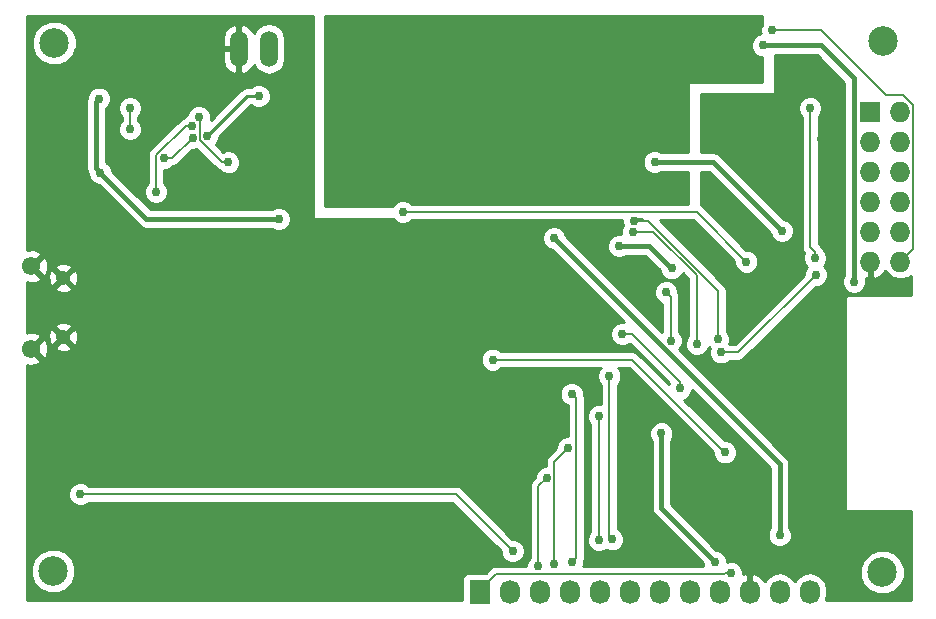
<source format=gbl>
G04 #@! TF.FileFunction,Copper,L2,Bot,Signal*
%FSLAX46Y46*%
G04 Gerber Fmt 4.6, Leading zero omitted, Abs format (unit mm)*
G04 Created by KiCad (PCBNEW (2015-07-29 BZR 6016)-product) date Sat 12 Mar 2016 01:35:20 AM PST*
%MOMM*%
G01*
G04 APERTURE LIST*
%ADD10C,0.150000*%
%ADD11C,2.500000*%
%ADD12O,1.506220X3.014980*%
%ADD13C,1.250000*%
%ADD14C,1.550000*%
%ADD15R,1.727200X2.032000*%
%ADD16O,1.727200X2.032000*%
%ADD17R,1.727200X1.727200*%
%ADD18O,1.727200X1.727200*%
%ADD19C,0.762000*%
%ADD20C,0.381000*%
%ADD21C,0.152400*%
%ADD22C,0.254000*%
G04 APERTURE END LIST*
D10*
D11*
X124000000Y-39100000D03*
X123900000Y-84100000D03*
X53700000Y-84000000D03*
X53800000Y-39300000D03*
D12*
X71970000Y-39800000D03*
X69430000Y-39800000D03*
D13*
X54562540Y-59199100D03*
X54562540Y-64199100D03*
D14*
X51862540Y-58199100D03*
X51862540Y-65199100D03*
D15*
X89800000Y-85800000D03*
D16*
X92340000Y-85800000D03*
X94880000Y-85800000D03*
X97420000Y-85800000D03*
X99960000Y-85800000D03*
X102500000Y-85800000D03*
X105040000Y-85800000D03*
X107580000Y-85800000D03*
X110120000Y-85800000D03*
X112660000Y-85800000D03*
X115200000Y-85800000D03*
X117740000Y-85800000D03*
D17*
X122900000Y-45100000D03*
D18*
X125440000Y-45100000D03*
X122900000Y-47640000D03*
X125440000Y-47640000D03*
X122900000Y-50180000D03*
X125440000Y-50180000D03*
X122900000Y-52720000D03*
X125440000Y-52720000D03*
X122900000Y-55260000D03*
X125440000Y-55260000D03*
X122900000Y-57800000D03*
X125440000Y-57800000D03*
D19*
X72800000Y-54200006D03*
X106061779Y-58381019D03*
X101599976Y-56500000D03*
X105200000Y-72352765D03*
X109700000Y-83200000D03*
X57600000Y-44000000D03*
X57700000Y-50300000D03*
X98983800Y-78300000D03*
X101800004Y-78100000D03*
X62900000Y-43019000D03*
X64400000Y-50322480D03*
X109000000Y-57000000D03*
X110475898Y-43956898D03*
X80000000Y-83000000D03*
X79500000Y-80000000D03*
X87500000Y-67546756D03*
X65100000Y-64300000D03*
X75400000Y-60000000D03*
X69529063Y-57770937D03*
X73600000Y-50700000D03*
X94152099Y-69934759D03*
X114400000Y-56300000D03*
X118700000Y-47400000D03*
X113400000Y-46000000D03*
X106763500Y-68542321D03*
X101873247Y-63935379D03*
X113800000Y-39500000D03*
X121500000Y-59500000D03*
X102822033Y-55265720D03*
X108200000Y-64800000D03*
X92600000Y-82300000D03*
X56000000Y-77500000D03*
X110268439Y-65490380D03*
X118300000Y-58900000D03*
X102900220Y-54354657D03*
X110000000Y-64400000D03*
X115400000Y-55200000D03*
X104626414Y-49372935D03*
X117800000Y-44800000D03*
X118200000Y-57500000D03*
X115200000Y-80977740D03*
X96100000Y-55800000D03*
X101031979Y-81320579D03*
X100800000Y-67500000D03*
X97600004Y-69000000D03*
X97595109Y-83252649D03*
X97300000Y-73600000D03*
X96100000Y-83400000D03*
X99900000Y-81399996D03*
X99900000Y-70900000D03*
X94783210Y-83619238D03*
X106000000Y-64500000D03*
X105600000Y-60400000D03*
X95490380Y-76100000D03*
X111099996Y-84200000D03*
X83300000Y-53600000D03*
X112400000Y-57800000D03*
X110561551Y-73954750D03*
X90900000Y-66100000D03*
X114600000Y-38200000D03*
X66719221Y-47179836D03*
X71100000Y-43800000D03*
X60199992Y-44800000D03*
X60200000Y-46600000D03*
X63100000Y-49000000D03*
X65500000Y-47300000D03*
X95725325Y-50874675D03*
X79614405Y-46687115D03*
X100459558Y-51534766D03*
X92400000Y-50300000D03*
X98100000Y-51100000D03*
X65495076Y-46285602D03*
X62400000Y-51900000D03*
X66036383Y-45548625D03*
X68500000Y-49400000D03*
D20*
X72261185Y-54200006D02*
X72800000Y-54200006D01*
X61600006Y-54200006D02*
X72261185Y-54200006D01*
X57700000Y-50300000D02*
X61600006Y-54200006D01*
X57319001Y-44280999D02*
X57600000Y-44000000D01*
X57319001Y-49919001D02*
X57319001Y-44280999D01*
X57700000Y-50300000D02*
X57319001Y-49919001D01*
X105680780Y-58000020D02*
X106061779Y-58381019D01*
X104180760Y-56500000D02*
X105680780Y-58000020D01*
X101599976Y-56500000D02*
X104180760Y-56500000D01*
X109700000Y-83200000D02*
X105200000Y-78700000D01*
X105200000Y-78700000D02*
X105200000Y-72352765D01*
D21*
X102695373Y-63935379D02*
X106763500Y-68003506D01*
X106763500Y-68003506D02*
X106763500Y-68542321D01*
X101873247Y-63935379D02*
X102695373Y-63935379D01*
D20*
X121500000Y-59500000D02*
X121500000Y-42300000D01*
X121500000Y-42300000D02*
X118700000Y-39500000D01*
X118700000Y-39500000D02*
X113800000Y-39500000D01*
D21*
X108200000Y-64800000D02*
X108200000Y-58961195D01*
X103360848Y-55265720D02*
X102822033Y-55265720D01*
X108200000Y-58961195D02*
X104504525Y-55265720D01*
X104504525Y-55265720D02*
X103360848Y-55265720D01*
X56000000Y-77500000D02*
X87800000Y-77500000D01*
X87800000Y-77500000D02*
X92600000Y-82300000D01*
X118300000Y-58900000D02*
X111709620Y-65490380D01*
X110807254Y-65490380D02*
X110268439Y-65490380D01*
X111709620Y-65490380D02*
X110807254Y-65490380D01*
X103439035Y-54354657D02*
X102900220Y-54354657D01*
X110000000Y-60261185D02*
X104093472Y-54354657D01*
X104093472Y-54354657D02*
X103439035Y-54354657D01*
X110000000Y-64400000D02*
X110000000Y-60261185D01*
X103670971Y-54196028D02*
X103132156Y-54196028D01*
D20*
X104626414Y-49372935D02*
X109572935Y-49372935D01*
X115019001Y-54819001D02*
X115400000Y-55200000D01*
X109572935Y-49372935D02*
X115019001Y-54819001D01*
D21*
X117800000Y-56561185D02*
X117800000Y-44800000D01*
X118200000Y-57500000D02*
X118200000Y-56961185D01*
X118200000Y-56961185D02*
X117800000Y-56561185D01*
D20*
X115200000Y-80977740D02*
X115200000Y-74900000D01*
X115200000Y-74900000D02*
X96100000Y-55800000D01*
D21*
X100800000Y-67500000D02*
X100800000Y-81088600D01*
X100800000Y-81088600D02*
X101031979Y-81320579D01*
X97976108Y-69376104D02*
X97600004Y-69000000D01*
X97976108Y-82871650D02*
X97976108Y-69376104D01*
X97595109Y-83252649D02*
X97976108Y-82871650D01*
X96100000Y-83400000D02*
X96100000Y-74800000D01*
X96100000Y-74800000D02*
X97300000Y-73600000D01*
X99900000Y-70900000D02*
X99900000Y-81399996D01*
X95490380Y-76100000D02*
X94783210Y-76807170D01*
X94783210Y-83080423D02*
X94783210Y-83619238D01*
X94783210Y-76807170D02*
X94783210Y-83080423D01*
X105600000Y-60400000D02*
X106000000Y-60800000D01*
X106000000Y-60800000D02*
X106000000Y-64500000D01*
X110488960Y-84272221D02*
X110561181Y-84200000D01*
X89800000Y-85800000D02*
X89800000Y-85647600D01*
X110561181Y-84200000D02*
X111099996Y-84200000D01*
X89800000Y-85647600D02*
X91175379Y-84272221D01*
X91175379Y-84272221D02*
X110488960Y-84272221D01*
X83838815Y-53600000D02*
X83300000Y-53600000D01*
X108200000Y-53600000D02*
X83838815Y-53600000D01*
X112400000Y-57800000D02*
X108200000Y-53600000D01*
X110180552Y-73573751D02*
X110561551Y-73954750D01*
X90900000Y-66100000D02*
X102706801Y-66100000D01*
X102706801Y-66100000D02*
X110180552Y-73573751D01*
X114600000Y-38200000D02*
X118700000Y-38200000D01*
X124227480Y-43727480D02*
X125683938Y-43727480D01*
X118700000Y-38200000D02*
X124227480Y-43727480D01*
X125683938Y-43727480D02*
X126532201Y-44575743D01*
X126532201Y-44575743D02*
X126532201Y-56707799D01*
X126532201Y-56707799D02*
X125440000Y-57800000D01*
D22*
X71100000Y-43800000D02*
X70099057Y-43800000D01*
X67100220Y-46798837D02*
X66719221Y-47179836D01*
X70099057Y-43800000D02*
X67100220Y-46798837D01*
D21*
X60200000Y-44800008D02*
X60199992Y-44800000D01*
X60200000Y-46600000D02*
X60200000Y-44800008D01*
X65500000Y-47300000D02*
X63800000Y-49000000D01*
X63800000Y-49000000D02*
X63100000Y-49000000D01*
X64912188Y-46285602D02*
X64956261Y-46285602D01*
X62400000Y-48797790D02*
X64912188Y-46285602D01*
X62400000Y-51900000D02*
X62400000Y-48797790D01*
X64956261Y-46285602D02*
X65495076Y-46285602D01*
X66109601Y-47548416D02*
X66109601Y-45621843D01*
X67961185Y-49400000D02*
X66109601Y-47548416D01*
X68500000Y-49400000D02*
X67961185Y-49400000D01*
X66109601Y-45621843D02*
X66036383Y-45548625D01*
D22*
G36*
X113673000Y-37783107D02*
X113584176Y-37997018D01*
X113583824Y-38401208D01*
X113617967Y-38483841D01*
X113598792Y-38483824D01*
X113225234Y-38638175D01*
X112939179Y-38923731D01*
X112784176Y-39297018D01*
X112783824Y-39701208D01*
X112938175Y-40074766D01*
X113223731Y-40360821D01*
X113597018Y-40515824D01*
X113673000Y-40515890D01*
X113673000Y-42573000D01*
X107600000Y-42573000D01*
X107550590Y-42583006D01*
X107508965Y-42611447D01*
X107481685Y-42653841D01*
X107473000Y-42700000D01*
X107473000Y-48547435D01*
X105237942Y-48547435D01*
X105202683Y-48512114D01*
X104829396Y-48357111D01*
X104425206Y-48356759D01*
X104051648Y-48511110D01*
X103765593Y-48796666D01*
X103610590Y-49169953D01*
X103610238Y-49574143D01*
X103764589Y-49947701D01*
X104050145Y-50233756D01*
X104423432Y-50388759D01*
X104827622Y-50389111D01*
X105201180Y-50234760D01*
X105237568Y-50198435D01*
X107473000Y-50198435D01*
X107473000Y-52888800D01*
X84025629Y-52888800D01*
X83876269Y-52739179D01*
X83502982Y-52584176D01*
X83098792Y-52583824D01*
X82725234Y-52738175D01*
X82439179Y-53023731D01*
X82418721Y-53073000D01*
X76727000Y-53073000D01*
X76727000Y-37005000D01*
X113673000Y-37005000D01*
X113673000Y-37783107D01*
X113673000Y-37783107D01*
G37*
X113673000Y-37783107D02*
X113584176Y-37997018D01*
X113583824Y-38401208D01*
X113617967Y-38483841D01*
X113598792Y-38483824D01*
X113225234Y-38638175D01*
X112939179Y-38923731D01*
X112784176Y-39297018D01*
X112783824Y-39701208D01*
X112938175Y-40074766D01*
X113223731Y-40360821D01*
X113597018Y-40515824D01*
X113673000Y-40515890D01*
X113673000Y-42573000D01*
X107600000Y-42573000D01*
X107550590Y-42583006D01*
X107508965Y-42611447D01*
X107481685Y-42653841D01*
X107473000Y-42700000D01*
X107473000Y-48547435D01*
X105237942Y-48547435D01*
X105202683Y-48512114D01*
X104829396Y-48357111D01*
X104425206Y-48356759D01*
X104051648Y-48511110D01*
X103765593Y-48796666D01*
X103610590Y-49169953D01*
X103610238Y-49574143D01*
X103764589Y-49947701D01*
X104050145Y-50233756D01*
X104423432Y-50388759D01*
X104827622Y-50389111D01*
X105201180Y-50234760D01*
X105237568Y-50198435D01*
X107473000Y-50198435D01*
X107473000Y-52888800D01*
X84025629Y-52888800D01*
X83876269Y-52739179D01*
X83502982Y-52584176D01*
X83098792Y-52583824D01*
X82725234Y-52738175D01*
X82439179Y-53023731D01*
X82418721Y-53073000D01*
X76727000Y-53073000D01*
X76727000Y-37005000D01*
X113673000Y-37005000D01*
X113673000Y-37783107D01*
G36*
X75673000Y-54100000D02*
X75683006Y-54149410D01*
X75711447Y-54191035D01*
X75753841Y-54218315D01*
X75800000Y-54227000D01*
X82490318Y-54227000D01*
X82723731Y-54460821D01*
X83097018Y-54615824D01*
X83501208Y-54616176D01*
X83874766Y-54461825D01*
X84025654Y-54311200D01*
X101884257Y-54311200D01*
X101884044Y-54555865D01*
X101950199Y-54715973D01*
X101806209Y-55062738D01*
X101805857Y-55466928D01*
X101815060Y-55489201D01*
X101802958Y-55484176D01*
X101398768Y-55483824D01*
X101025210Y-55638175D01*
X100739155Y-55923731D01*
X100584152Y-56297018D01*
X100583800Y-56701208D01*
X100738151Y-57074766D01*
X101023707Y-57360821D01*
X101396994Y-57515824D01*
X101801184Y-57516176D01*
X102174742Y-57361825D01*
X102211130Y-57325500D01*
X103838826Y-57325500D01*
X105045646Y-58532319D01*
X105045603Y-58582227D01*
X105199954Y-58955785D01*
X105485510Y-59241840D01*
X105858797Y-59396843D01*
X106262987Y-59397195D01*
X106636545Y-59242844D01*
X106922600Y-58957288D01*
X107001146Y-58768129D01*
X107488800Y-59255783D01*
X107488800Y-64074371D01*
X107339179Y-64223731D01*
X107184176Y-64597018D01*
X107183824Y-65001208D01*
X107338175Y-65374766D01*
X107623731Y-65660821D01*
X107997018Y-65815824D01*
X108401208Y-65816176D01*
X108774766Y-65661825D01*
X109060821Y-65376269D01*
X109201288Y-65037989D01*
X109310677Y-65147570D01*
X109252615Y-65287398D01*
X109252263Y-65691588D01*
X109406614Y-66065146D01*
X109692170Y-66351201D01*
X110065457Y-66506204D01*
X110469647Y-66506556D01*
X110843205Y-66352205D01*
X110994093Y-66201580D01*
X111709620Y-66201580D01*
X111981785Y-66147443D01*
X112212514Y-65993274D01*
X118289797Y-59915992D01*
X118501208Y-59916176D01*
X118874766Y-59761825D01*
X119160821Y-59476269D01*
X119315824Y-59102982D01*
X119316176Y-58698792D01*
X119161825Y-58325234D01*
X118986929Y-58150032D01*
X119060821Y-58076269D01*
X119215824Y-57702982D01*
X119216176Y-57298792D01*
X119061825Y-56925234D01*
X118864787Y-56727852D01*
X118857063Y-56689021D01*
X118771646Y-56561185D01*
X118702894Y-56458290D01*
X118511200Y-56266596D01*
X118511200Y-45525629D01*
X118660821Y-45376269D01*
X118815824Y-45002982D01*
X118816176Y-44598792D01*
X118661825Y-44225234D01*
X118376269Y-43939179D01*
X118002982Y-43784176D01*
X117598792Y-43783824D01*
X117225234Y-43938175D01*
X116939179Y-44223731D01*
X116784176Y-44597018D01*
X116783824Y-45001208D01*
X116938175Y-45374766D01*
X117088800Y-45525654D01*
X117088800Y-56561185D01*
X117142937Y-56833350D01*
X117287112Y-57049122D01*
X117184176Y-57297018D01*
X117183824Y-57701208D01*
X117338175Y-58074766D01*
X117513071Y-58249968D01*
X117439179Y-58323731D01*
X117284176Y-58697018D01*
X117283990Y-58910221D01*
X111415032Y-64779180D01*
X110994068Y-64779180D01*
X110957762Y-64742810D01*
X111015824Y-64602982D01*
X111016176Y-64198792D01*
X110861825Y-63825234D01*
X110711200Y-63674346D01*
X110711200Y-60261185D01*
X110657063Y-59989021D01*
X110657063Y-59989020D01*
X110502894Y-59758291D01*
X105055803Y-54311200D01*
X107905412Y-54311200D01*
X111384008Y-57789796D01*
X111383824Y-58001208D01*
X111538175Y-58374766D01*
X111823731Y-58660821D01*
X112197018Y-58815824D01*
X112601208Y-58816176D01*
X112974766Y-58661825D01*
X113260821Y-58376269D01*
X113415824Y-58002982D01*
X113416176Y-57598792D01*
X113261825Y-57225234D01*
X112976269Y-56939179D01*
X112602982Y-56784176D01*
X112389778Y-56783990D01*
X108702894Y-53097106D01*
X108527000Y-52979577D01*
X108527000Y-50198435D01*
X109231001Y-50198435D01*
X114383867Y-55351300D01*
X114383824Y-55401208D01*
X114538175Y-55774766D01*
X114823731Y-56060821D01*
X115197018Y-56215824D01*
X115601208Y-56216176D01*
X115974766Y-56061825D01*
X116260821Y-55776269D01*
X116415824Y-55402982D01*
X116416176Y-54998792D01*
X116261825Y-54625234D01*
X115976269Y-54339179D01*
X115602982Y-54184176D01*
X115551564Y-54184131D01*
X110156652Y-48789218D01*
X109888841Y-48610272D01*
X109572935Y-48547435D01*
X108527000Y-48547435D01*
X108527000Y-43627000D01*
X114700000Y-43627000D01*
X114749410Y-43616994D01*
X114791035Y-43588553D01*
X114818315Y-43546159D01*
X114827000Y-43500000D01*
X114827000Y-40325500D01*
X118358066Y-40325500D01*
X120674500Y-42641934D01*
X120674500Y-58888472D01*
X120639179Y-58923731D01*
X120484176Y-59297018D01*
X120483824Y-59701208D01*
X120638175Y-60074766D01*
X120923731Y-60360821D01*
X121297018Y-60515824D01*
X121701208Y-60516176D01*
X122074766Y-60361825D01*
X122360821Y-60076269D01*
X122515824Y-59702982D01*
X122516176Y-59298792D01*
X122487764Y-59230030D01*
X122540973Y-59254968D01*
X122773000Y-59134469D01*
X122773000Y-57927000D01*
X122753000Y-57927000D01*
X122753000Y-57673000D01*
X122773000Y-57673000D01*
X122773000Y-57653000D01*
X123027000Y-57653000D01*
X123027000Y-57673000D01*
X123047000Y-57673000D01*
X123047000Y-57927000D01*
X123027000Y-57927000D01*
X123027000Y-59134469D01*
X123259027Y-59254968D01*
X123788490Y-59006821D01*
X124170008Y-58588839D01*
X124350971Y-58859670D01*
X124837152Y-59184526D01*
X125410641Y-59298600D01*
X125469359Y-59298600D01*
X126042848Y-59184526D01*
X126325000Y-58995998D01*
X126325000Y-60673000D01*
X120900000Y-60673000D01*
X120850590Y-60683006D01*
X120808965Y-60711447D01*
X120781685Y-60753841D01*
X120773000Y-60800000D01*
X120773000Y-78800000D01*
X120783006Y-78849410D01*
X120811447Y-78891035D01*
X120853841Y-78918315D01*
X120900000Y-78927000D01*
X126325000Y-78927000D01*
X126325000Y-86435000D01*
X119149039Y-86435000D01*
X119238600Y-85984745D01*
X119238600Y-85615255D01*
X119124526Y-85041766D01*
X118799670Y-84555585D01*
X118676530Y-84473305D01*
X122014674Y-84473305D01*
X122301043Y-85166372D01*
X122830839Y-85697093D01*
X123523405Y-85984672D01*
X124273305Y-85985326D01*
X124966372Y-85698957D01*
X125497093Y-85169161D01*
X125784672Y-84476595D01*
X125785326Y-83726695D01*
X125498957Y-83033628D01*
X124969161Y-82502907D01*
X124276595Y-82215328D01*
X123526695Y-82214674D01*
X122833628Y-82501043D01*
X122302907Y-83030839D01*
X122015328Y-83723405D01*
X122014674Y-84473305D01*
X118676530Y-84473305D01*
X118313489Y-84230729D01*
X117740000Y-84116655D01*
X117166511Y-84230729D01*
X116680330Y-84555585D01*
X116470000Y-84870366D01*
X116259670Y-84555585D01*
X115773489Y-84230729D01*
X115200000Y-84116655D01*
X114626511Y-84230729D01*
X114140330Y-84555585D01*
X113933539Y-84865069D01*
X113562036Y-84449268D01*
X113034791Y-84195291D01*
X113019026Y-84192642D01*
X112787000Y-84313783D01*
X112787000Y-85673000D01*
X112807000Y-85673000D01*
X112807000Y-85927000D01*
X112787000Y-85927000D01*
X112787000Y-85947000D01*
X112533000Y-85947000D01*
X112533000Y-85927000D01*
X112513000Y-85927000D01*
X112513000Y-85673000D01*
X112533000Y-85673000D01*
X112533000Y-84313783D01*
X112300974Y-84192642D01*
X112285209Y-84195291D01*
X112115930Y-84276834D01*
X112116172Y-83998792D01*
X111961821Y-83625234D01*
X111676265Y-83339179D01*
X111302978Y-83184176D01*
X110898788Y-83183824D01*
X110715949Y-83259371D01*
X110716176Y-82998792D01*
X110561825Y-82625234D01*
X110276269Y-82339179D01*
X109902982Y-82184176D01*
X109851565Y-82184131D01*
X106025500Y-78358066D01*
X106025500Y-72964293D01*
X106060821Y-72929034D01*
X106215824Y-72555747D01*
X106216176Y-72151557D01*
X106061825Y-71777999D01*
X105776269Y-71491944D01*
X105402982Y-71336941D01*
X104998792Y-71336589D01*
X104625234Y-71490940D01*
X104339179Y-71776496D01*
X104184176Y-72149783D01*
X104183824Y-72553973D01*
X104338175Y-72927531D01*
X104374500Y-72963919D01*
X104374500Y-78700000D01*
X104437337Y-79015906D01*
X104616283Y-79283717D01*
X108683867Y-83351301D01*
X108683824Y-83401208D01*
X108749857Y-83561021D01*
X98567171Y-83561021D01*
X98610933Y-83455631D01*
X98611176Y-83176733D01*
X98633171Y-83143815D01*
X98687308Y-82871650D01*
X98687308Y-69376104D01*
X98633171Y-69103940D01*
X98615937Y-69078147D01*
X98616180Y-68798792D01*
X98461829Y-68425234D01*
X98176273Y-68139179D01*
X97802986Y-67984176D01*
X97398796Y-67983824D01*
X97025238Y-68138175D01*
X96739183Y-68423731D01*
X96584180Y-68797018D01*
X96583828Y-69201208D01*
X96738179Y-69574766D01*
X97023735Y-69860821D01*
X97264908Y-69960965D01*
X97264908Y-72583969D01*
X97098792Y-72583824D01*
X96725234Y-72738175D01*
X96439179Y-73023731D01*
X96284176Y-73397018D01*
X96283990Y-73610221D01*
X95597106Y-74297106D01*
X95442937Y-74527835D01*
X95431746Y-74584095D01*
X95388800Y-74800000D01*
X95388800Y-75083911D01*
X95289172Y-75083824D01*
X94915614Y-75238175D01*
X94629559Y-75523731D01*
X94474556Y-75897018D01*
X94474370Y-76110221D01*
X94280316Y-76304276D01*
X94126147Y-76535005D01*
X94098347Y-76674766D01*
X94072010Y-76807170D01*
X94072010Y-82893609D01*
X93922389Y-83042969D01*
X93767386Y-83416256D01*
X93767260Y-83561021D01*
X91175379Y-83561021D01*
X90903215Y-83615158D01*
X90672485Y-83769326D01*
X90305251Y-84136560D01*
X88936400Y-84136560D01*
X88701083Y-84180838D01*
X88484959Y-84319910D01*
X88339969Y-84532110D01*
X88288960Y-84784000D01*
X88288960Y-86435000D01*
X51495000Y-86435000D01*
X51495000Y-84373305D01*
X51814674Y-84373305D01*
X52101043Y-85066372D01*
X52630839Y-85597093D01*
X53323405Y-85884672D01*
X54073305Y-85885326D01*
X54766372Y-85598957D01*
X55297093Y-85069161D01*
X55584672Y-84376595D01*
X55585326Y-83626695D01*
X55298957Y-82933628D01*
X54769161Y-82402907D01*
X54076595Y-82115328D01*
X53326695Y-82114674D01*
X52633628Y-82401043D01*
X52102907Y-82930839D01*
X51815328Y-83623405D01*
X51814674Y-84373305D01*
X51495000Y-84373305D01*
X51495000Y-77701208D01*
X54983824Y-77701208D01*
X55138175Y-78074766D01*
X55423731Y-78360821D01*
X55797018Y-78515824D01*
X56201208Y-78516176D01*
X56574766Y-78361825D01*
X56725654Y-78211200D01*
X87505412Y-78211200D01*
X91584008Y-82289796D01*
X91583824Y-82501208D01*
X91738175Y-82874766D01*
X92023731Y-83160821D01*
X92397018Y-83315824D01*
X92801208Y-83316176D01*
X93174766Y-83161825D01*
X93460821Y-82876269D01*
X93615824Y-82502982D01*
X93616176Y-82098792D01*
X93461825Y-81725234D01*
X93176269Y-81439179D01*
X92802982Y-81284176D01*
X92589778Y-81283990D01*
X88302894Y-76997106D01*
X88072165Y-76842937D01*
X87800000Y-76788800D01*
X56725629Y-76788800D01*
X56576269Y-76639179D01*
X56202982Y-76484176D01*
X55798792Y-76483824D01*
X55425234Y-76638175D01*
X55139179Y-76923731D01*
X54984176Y-77297018D01*
X54983824Y-77701208D01*
X51495000Y-77701208D01*
X51495000Y-66565120D01*
X51651737Y-66621184D01*
X52211991Y-66593606D01*
X52601505Y-66432263D01*
X52639747Y-66301208D01*
X89883824Y-66301208D01*
X90038175Y-66674766D01*
X90323731Y-66960821D01*
X90697018Y-67115824D01*
X91101208Y-67116176D01*
X91474766Y-66961825D01*
X91625654Y-66811200D01*
X100051907Y-66811200D01*
X99939179Y-66923731D01*
X99784176Y-67297018D01*
X99783824Y-67701208D01*
X99938175Y-68074766D01*
X100088800Y-68225654D01*
X100088800Y-69884164D01*
X99698792Y-69883824D01*
X99325234Y-70038175D01*
X99039179Y-70323731D01*
X98884176Y-70697018D01*
X98883824Y-71101208D01*
X99038175Y-71474766D01*
X99188800Y-71625654D01*
X99188800Y-80674367D01*
X99039179Y-80823727D01*
X98884176Y-81197014D01*
X98883824Y-81601204D01*
X99038175Y-81974762D01*
X99323731Y-82260817D01*
X99697018Y-82415820D01*
X100101208Y-82416172D01*
X100474766Y-82261821D01*
X100526063Y-82210613D01*
X100828997Y-82336403D01*
X101233187Y-82336755D01*
X101606745Y-82182404D01*
X101892800Y-81896848D01*
X102047803Y-81523561D01*
X102048155Y-81119371D01*
X101893804Y-80745813D01*
X101608248Y-80459758D01*
X101511200Y-80419460D01*
X101511200Y-68225629D01*
X101660821Y-68076269D01*
X101815824Y-67702982D01*
X101816176Y-67298792D01*
X101661825Y-66925234D01*
X101547990Y-66811200D01*
X102412213Y-66811200D01*
X109545559Y-73944546D01*
X109545375Y-74155958D01*
X109699726Y-74529516D01*
X109985282Y-74815571D01*
X110358569Y-74970574D01*
X110762759Y-74970926D01*
X111136317Y-74816575D01*
X111422372Y-74531019D01*
X111577375Y-74157732D01*
X111577727Y-73753542D01*
X111423376Y-73379984D01*
X111137820Y-73093929D01*
X110764533Y-72938926D01*
X110551329Y-72938740D01*
X107110745Y-69498156D01*
X107338266Y-69404146D01*
X107624321Y-69118590D01*
X107779324Y-68745303D01*
X107779410Y-68646844D01*
X114374500Y-75241934D01*
X114374500Y-80366212D01*
X114339179Y-80401471D01*
X114184176Y-80774758D01*
X114183824Y-81178948D01*
X114338175Y-81552506D01*
X114623731Y-81838561D01*
X114997018Y-81993564D01*
X115401208Y-81993916D01*
X115774766Y-81839565D01*
X116060821Y-81554009D01*
X116215824Y-81180722D01*
X116216176Y-80776532D01*
X116061825Y-80402974D01*
X116025500Y-80366586D01*
X116025500Y-74900000D01*
X115968974Y-74615824D01*
X115962663Y-74584094D01*
X115783717Y-74316283D01*
X106702124Y-65234690D01*
X106860821Y-65076269D01*
X107015824Y-64702982D01*
X107016176Y-64298792D01*
X106861825Y-63925234D01*
X106711200Y-63774346D01*
X106711200Y-60800000D01*
X106657063Y-60527836D01*
X106615943Y-60466296D01*
X106616176Y-60198792D01*
X106461825Y-59825234D01*
X106176269Y-59539179D01*
X105802982Y-59384176D01*
X105398792Y-59383824D01*
X105025234Y-59538175D01*
X104739179Y-59823731D01*
X104584176Y-60197018D01*
X104583824Y-60601208D01*
X104738175Y-60974766D01*
X105023731Y-61260821D01*
X105288800Y-61370888D01*
X105288800Y-63774371D01*
X105265282Y-63797848D01*
X97116133Y-55648699D01*
X97116176Y-55598792D01*
X96961825Y-55225234D01*
X96676269Y-54939179D01*
X96302982Y-54784176D01*
X95898792Y-54783824D01*
X95525234Y-54938175D01*
X95239179Y-55223731D01*
X95084176Y-55597018D01*
X95083824Y-56001208D01*
X95238175Y-56374766D01*
X95523731Y-56660821D01*
X95897018Y-56815824D01*
X95948435Y-56815869D01*
X102052100Y-62919534D01*
X101672039Y-62919203D01*
X101298481Y-63073554D01*
X101012426Y-63359110D01*
X100857423Y-63732397D01*
X100857071Y-64136587D01*
X101011422Y-64510145D01*
X101296978Y-64796200D01*
X101670265Y-64951203D01*
X102074455Y-64951555D01*
X102448013Y-64797204D01*
X102499757Y-64745551D01*
X105849155Y-68094950D01*
X105807605Y-68195016D01*
X103209695Y-65597106D01*
X102978966Y-65442937D01*
X102706801Y-65388800D01*
X91625629Y-65388800D01*
X91476269Y-65239179D01*
X91102982Y-65084176D01*
X90698792Y-65083824D01*
X90325234Y-65238175D01*
X90039179Y-65523731D01*
X89884176Y-65897018D01*
X89883824Y-66301208D01*
X52639747Y-66301208D01*
X52672568Y-66188733D01*
X51862540Y-65378705D01*
X51848398Y-65392848D01*
X51668793Y-65213243D01*
X51682935Y-65199100D01*
X52042145Y-65199100D01*
X52852173Y-66009128D01*
X53095703Y-65938065D01*
X53284624Y-65409903D01*
X53268384Y-65079978D01*
X53861267Y-65079978D01*
X53913865Y-65307990D01*
X54387596Y-65471817D01*
X54887960Y-65441885D01*
X55211215Y-65307990D01*
X55263813Y-65079978D01*
X54562540Y-64378705D01*
X53861267Y-65079978D01*
X53268384Y-65079978D01*
X53257046Y-64849649D01*
X53095703Y-64460135D01*
X52852173Y-64389072D01*
X52042145Y-65199100D01*
X51682935Y-65199100D01*
X51668793Y-65184958D01*
X51848398Y-65005353D01*
X51862540Y-65019495D01*
X52672568Y-64209467D01*
X52618494Y-64024156D01*
X53289823Y-64024156D01*
X53319755Y-64524520D01*
X53453650Y-64847775D01*
X53681662Y-64900373D01*
X54382935Y-64199100D01*
X54742145Y-64199100D01*
X55443418Y-64900373D01*
X55671430Y-64847775D01*
X55835257Y-64374044D01*
X55805325Y-63873680D01*
X55671430Y-63550425D01*
X55443418Y-63497827D01*
X54742145Y-64199100D01*
X54382935Y-64199100D01*
X53681662Y-63497827D01*
X53453650Y-63550425D01*
X53289823Y-64024156D01*
X52618494Y-64024156D01*
X52601505Y-63965937D01*
X52073343Y-63777016D01*
X51513089Y-63804594D01*
X51495000Y-63812087D01*
X51495000Y-63318222D01*
X53861267Y-63318222D01*
X54562540Y-64019495D01*
X55263813Y-63318222D01*
X55211215Y-63090210D01*
X54737484Y-62926383D01*
X54237120Y-62956315D01*
X53913865Y-63090210D01*
X53861267Y-63318222D01*
X51495000Y-63318222D01*
X51495000Y-60079978D01*
X53861267Y-60079978D01*
X53913865Y-60307990D01*
X54387596Y-60471817D01*
X54887960Y-60441885D01*
X55211215Y-60307990D01*
X55263813Y-60079978D01*
X54562540Y-59378705D01*
X53861267Y-60079978D01*
X51495000Y-60079978D01*
X51495000Y-59565120D01*
X51651737Y-59621184D01*
X52211991Y-59593606D01*
X52601505Y-59432263D01*
X52672568Y-59188733D01*
X52507991Y-59024156D01*
X53289823Y-59024156D01*
X53319755Y-59524520D01*
X53453650Y-59847775D01*
X53681662Y-59900373D01*
X54382935Y-59199100D01*
X54742145Y-59199100D01*
X55443418Y-59900373D01*
X55671430Y-59847775D01*
X55835257Y-59374044D01*
X55805325Y-58873680D01*
X55671430Y-58550425D01*
X55443418Y-58497827D01*
X54742145Y-59199100D01*
X54382935Y-59199100D01*
X53681662Y-58497827D01*
X53453650Y-58550425D01*
X53289823Y-59024156D01*
X52507991Y-59024156D01*
X51862540Y-58378705D01*
X51848398Y-58392848D01*
X51668793Y-58213243D01*
X51682935Y-58199100D01*
X52042145Y-58199100D01*
X52852173Y-59009128D01*
X53095703Y-58938065D01*
X53284624Y-58409903D01*
X53280112Y-58318222D01*
X53861267Y-58318222D01*
X54562540Y-59019495D01*
X55263813Y-58318222D01*
X55211215Y-58090210D01*
X54737484Y-57926383D01*
X54237120Y-57956315D01*
X53913865Y-58090210D01*
X53861267Y-58318222D01*
X53280112Y-58318222D01*
X53257046Y-57849649D01*
X53095703Y-57460135D01*
X52852173Y-57389072D01*
X52042145Y-58199100D01*
X51682935Y-58199100D01*
X51668793Y-58184958D01*
X51848398Y-58005353D01*
X51862540Y-58019495D01*
X52672568Y-57209467D01*
X52601505Y-56965937D01*
X52073343Y-56777016D01*
X51513089Y-56804594D01*
X51495000Y-56812087D01*
X51495000Y-44280999D01*
X56493501Y-44280999D01*
X56493501Y-49919001D01*
X56556338Y-50234907D01*
X56683890Y-50425801D01*
X56683824Y-50501208D01*
X56838175Y-50874766D01*
X57123731Y-51160821D01*
X57497018Y-51315824D01*
X57548435Y-51315869D01*
X61016287Y-54783720D01*
X61016289Y-54783723D01*
X61284101Y-54962669D01*
X61600006Y-55025506D01*
X72188472Y-55025506D01*
X72223731Y-55060827D01*
X72597018Y-55215830D01*
X73001208Y-55216182D01*
X73374766Y-55061831D01*
X73660821Y-54776275D01*
X73815824Y-54402988D01*
X73816176Y-53998798D01*
X73661825Y-53625240D01*
X73376269Y-53339185D01*
X73002982Y-53184182D01*
X72598792Y-53183830D01*
X72225234Y-53338181D01*
X72188846Y-53374506D01*
X61941939Y-53374506D01*
X60668642Y-52101208D01*
X61383824Y-52101208D01*
X61538175Y-52474766D01*
X61823731Y-52760821D01*
X62197018Y-52915824D01*
X62601208Y-52916176D01*
X62974766Y-52761825D01*
X63260821Y-52476269D01*
X63415824Y-52102982D01*
X63416176Y-51698792D01*
X63261825Y-51325234D01*
X63111200Y-51174346D01*
X63111200Y-50016011D01*
X63301208Y-50016176D01*
X63674766Y-49861825D01*
X63832038Y-49704827D01*
X64072165Y-49657063D01*
X64302894Y-49502894D01*
X65489796Y-48315992D01*
X65701208Y-48316176D01*
X65821761Y-48266364D01*
X67458291Y-49902894D01*
X67689020Y-50057063D01*
X67728085Y-50064833D01*
X67923731Y-50260821D01*
X68297018Y-50415824D01*
X68701208Y-50416176D01*
X69074766Y-50261825D01*
X69360821Y-49976269D01*
X69515824Y-49602982D01*
X69516176Y-49198792D01*
X69361825Y-48825234D01*
X69076269Y-48539179D01*
X68702982Y-48384176D01*
X68298792Y-48383824D01*
X68052544Y-48485571D01*
X67451448Y-47884475D01*
X67580042Y-47756105D01*
X67735045Y-47382818D01*
X67735168Y-47241519D01*
X70414687Y-44562000D01*
X70425082Y-44562000D01*
X70523731Y-44660821D01*
X70897018Y-44815824D01*
X71301208Y-44816176D01*
X71674766Y-44661825D01*
X71960821Y-44376269D01*
X72115824Y-44002982D01*
X72116176Y-43598792D01*
X71961825Y-43225234D01*
X71676269Y-42939179D01*
X71302982Y-42784176D01*
X70898792Y-42783824D01*
X70525234Y-42938175D01*
X70425235Y-43038000D01*
X70099057Y-43038000D01*
X69807452Y-43096004D01*
X69595933Y-43237337D01*
X69560242Y-43261185D01*
X67039700Y-45781727D01*
X67052207Y-45751607D01*
X67052559Y-45347417D01*
X66898208Y-44973859D01*
X66612652Y-44687804D01*
X66239365Y-44532801D01*
X65835175Y-44532449D01*
X65461617Y-44686800D01*
X65175562Y-44972356D01*
X65020559Y-45345643D01*
X65020527Y-45382368D01*
X64920310Y-45423777D01*
X64733895Y-45609867D01*
X64640024Y-45628539D01*
X64640022Y-45628540D01*
X64640023Y-45628540D01*
X64409293Y-45782708D01*
X61897106Y-48294896D01*
X61742937Y-48525625D01*
X61708317Y-48699670D01*
X61688800Y-48797790D01*
X61688800Y-51174371D01*
X61539179Y-51323731D01*
X61384176Y-51697018D01*
X61383824Y-52101208D01*
X60668642Y-52101208D01*
X58716133Y-50148699D01*
X58716176Y-50098792D01*
X58561825Y-49725234D01*
X58276269Y-49439179D01*
X58144501Y-49384464D01*
X58144501Y-45001208D01*
X59183816Y-45001208D01*
X59338167Y-45374766D01*
X59488800Y-45525662D01*
X59488800Y-45874371D01*
X59339179Y-46023731D01*
X59184176Y-46397018D01*
X59183824Y-46801208D01*
X59338175Y-47174766D01*
X59623731Y-47460821D01*
X59997018Y-47615824D01*
X60401208Y-47616176D01*
X60774766Y-47461825D01*
X61060821Y-47176269D01*
X61215824Y-46802982D01*
X61216176Y-46398792D01*
X61061825Y-46025234D01*
X60911200Y-45874346D01*
X60911200Y-45525621D01*
X61060813Y-45376269D01*
X61215816Y-45002982D01*
X61216168Y-44598792D01*
X61061817Y-44225234D01*
X60776261Y-43939179D01*
X60402974Y-43784176D01*
X59998784Y-43783824D01*
X59625226Y-43938175D01*
X59339171Y-44223731D01*
X59184168Y-44597018D01*
X59183816Y-45001208D01*
X58144501Y-45001208D01*
X58144501Y-44874330D01*
X58174766Y-44861825D01*
X58460821Y-44576269D01*
X58615824Y-44202982D01*
X58616176Y-43798792D01*
X58461825Y-43425234D01*
X58176269Y-43139179D01*
X57802982Y-42984176D01*
X57398792Y-42983824D01*
X57025234Y-43138175D01*
X56739179Y-43423731D01*
X56584176Y-43797018D01*
X56584066Y-43923596D01*
X56556338Y-43965093D01*
X56520963Y-44142937D01*
X56493501Y-44280999D01*
X51495000Y-44280999D01*
X51495000Y-39673305D01*
X51914674Y-39673305D01*
X52201043Y-40366372D01*
X52730839Y-40897093D01*
X53423405Y-41184672D01*
X54173305Y-41185326D01*
X54866372Y-40898957D01*
X55397093Y-40369161D01*
X55580694Y-39927000D01*
X68041890Y-39927000D01*
X68041890Y-40681380D01*
X68196154Y-41202919D01*
X68538260Y-41625724D01*
X69016125Y-41885427D01*
X69088326Y-41899783D01*
X69303000Y-41777162D01*
X69303000Y-39927000D01*
X68041890Y-39927000D01*
X55580694Y-39927000D01*
X55684672Y-39676595D01*
X55685326Y-38926695D01*
X55681990Y-38918620D01*
X68041890Y-38918620D01*
X68041890Y-39673000D01*
X69303000Y-39673000D01*
X69303000Y-37822838D01*
X69557000Y-37822838D01*
X69557000Y-39673000D01*
X69577000Y-39673000D01*
X69577000Y-39927000D01*
X69557000Y-39927000D01*
X69557000Y-41777162D01*
X69771674Y-41899783D01*
X69843875Y-41885427D01*
X70321740Y-41625724D01*
X70663846Y-41202919D01*
X70686984Y-41124694D01*
X70687554Y-41127561D01*
X70988458Y-41577896D01*
X71438793Y-41878800D01*
X71970000Y-41984464D01*
X72501207Y-41878800D01*
X72951542Y-41577896D01*
X73252446Y-41127561D01*
X73358110Y-40596354D01*
X73358110Y-39003646D01*
X73252446Y-38472439D01*
X72951542Y-38022104D01*
X72501207Y-37721200D01*
X71970000Y-37615536D01*
X71438793Y-37721200D01*
X70988458Y-38022104D01*
X70687554Y-38472439D01*
X70686984Y-38475306D01*
X70663846Y-38397081D01*
X70321740Y-37974276D01*
X69843875Y-37714573D01*
X69771674Y-37700217D01*
X69557000Y-37822838D01*
X69303000Y-37822838D01*
X69088326Y-37700217D01*
X69016125Y-37714573D01*
X68538260Y-37974276D01*
X68196154Y-38397081D01*
X68041890Y-38918620D01*
X55681990Y-38918620D01*
X55398957Y-38233628D01*
X54869161Y-37702907D01*
X54176595Y-37415328D01*
X53426695Y-37414674D01*
X52733628Y-37701043D01*
X52202907Y-38230839D01*
X51915328Y-38923405D01*
X51914674Y-39673305D01*
X51495000Y-39673305D01*
X51495000Y-37005000D01*
X75673000Y-37005000D01*
X75673000Y-54100000D01*
X75673000Y-54100000D01*
G37*
X75673000Y-54100000D02*
X75683006Y-54149410D01*
X75711447Y-54191035D01*
X75753841Y-54218315D01*
X75800000Y-54227000D01*
X82490318Y-54227000D01*
X82723731Y-54460821D01*
X83097018Y-54615824D01*
X83501208Y-54616176D01*
X83874766Y-54461825D01*
X84025654Y-54311200D01*
X101884257Y-54311200D01*
X101884044Y-54555865D01*
X101950199Y-54715973D01*
X101806209Y-55062738D01*
X101805857Y-55466928D01*
X101815060Y-55489201D01*
X101802958Y-55484176D01*
X101398768Y-55483824D01*
X101025210Y-55638175D01*
X100739155Y-55923731D01*
X100584152Y-56297018D01*
X100583800Y-56701208D01*
X100738151Y-57074766D01*
X101023707Y-57360821D01*
X101396994Y-57515824D01*
X101801184Y-57516176D01*
X102174742Y-57361825D01*
X102211130Y-57325500D01*
X103838826Y-57325500D01*
X105045646Y-58532319D01*
X105045603Y-58582227D01*
X105199954Y-58955785D01*
X105485510Y-59241840D01*
X105858797Y-59396843D01*
X106262987Y-59397195D01*
X106636545Y-59242844D01*
X106922600Y-58957288D01*
X107001146Y-58768129D01*
X107488800Y-59255783D01*
X107488800Y-64074371D01*
X107339179Y-64223731D01*
X107184176Y-64597018D01*
X107183824Y-65001208D01*
X107338175Y-65374766D01*
X107623731Y-65660821D01*
X107997018Y-65815824D01*
X108401208Y-65816176D01*
X108774766Y-65661825D01*
X109060821Y-65376269D01*
X109201288Y-65037989D01*
X109310677Y-65147570D01*
X109252615Y-65287398D01*
X109252263Y-65691588D01*
X109406614Y-66065146D01*
X109692170Y-66351201D01*
X110065457Y-66506204D01*
X110469647Y-66506556D01*
X110843205Y-66352205D01*
X110994093Y-66201580D01*
X111709620Y-66201580D01*
X111981785Y-66147443D01*
X112212514Y-65993274D01*
X118289797Y-59915992D01*
X118501208Y-59916176D01*
X118874766Y-59761825D01*
X119160821Y-59476269D01*
X119315824Y-59102982D01*
X119316176Y-58698792D01*
X119161825Y-58325234D01*
X118986929Y-58150032D01*
X119060821Y-58076269D01*
X119215824Y-57702982D01*
X119216176Y-57298792D01*
X119061825Y-56925234D01*
X118864787Y-56727852D01*
X118857063Y-56689021D01*
X118771646Y-56561185D01*
X118702894Y-56458290D01*
X118511200Y-56266596D01*
X118511200Y-45525629D01*
X118660821Y-45376269D01*
X118815824Y-45002982D01*
X118816176Y-44598792D01*
X118661825Y-44225234D01*
X118376269Y-43939179D01*
X118002982Y-43784176D01*
X117598792Y-43783824D01*
X117225234Y-43938175D01*
X116939179Y-44223731D01*
X116784176Y-44597018D01*
X116783824Y-45001208D01*
X116938175Y-45374766D01*
X117088800Y-45525654D01*
X117088800Y-56561185D01*
X117142937Y-56833350D01*
X117287112Y-57049122D01*
X117184176Y-57297018D01*
X117183824Y-57701208D01*
X117338175Y-58074766D01*
X117513071Y-58249968D01*
X117439179Y-58323731D01*
X117284176Y-58697018D01*
X117283990Y-58910221D01*
X111415032Y-64779180D01*
X110994068Y-64779180D01*
X110957762Y-64742810D01*
X111015824Y-64602982D01*
X111016176Y-64198792D01*
X110861825Y-63825234D01*
X110711200Y-63674346D01*
X110711200Y-60261185D01*
X110657063Y-59989021D01*
X110657063Y-59989020D01*
X110502894Y-59758291D01*
X105055803Y-54311200D01*
X107905412Y-54311200D01*
X111384008Y-57789796D01*
X111383824Y-58001208D01*
X111538175Y-58374766D01*
X111823731Y-58660821D01*
X112197018Y-58815824D01*
X112601208Y-58816176D01*
X112974766Y-58661825D01*
X113260821Y-58376269D01*
X113415824Y-58002982D01*
X113416176Y-57598792D01*
X113261825Y-57225234D01*
X112976269Y-56939179D01*
X112602982Y-56784176D01*
X112389778Y-56783990D01*
X108702894Y-53097106D01*
X108527000Y-52979577D01*
X108527000Y-50198435D01*
X109231001Y-50198435D01*
X114383867Y-55351300D01*
X114383824Y-55401208D01*
X114538175Y-55774766D01*
X114823731Y-56060821D01*
X115197018Y-56215824D01*
X115601208Y-56216176D01*
X115974766Y-56061825D01*
X116260821Y-55776269D01*
X116415824Y-55402982D01*
X116416176Y-54998792D01*
X116261825Y-54625234D01*
X115976269Y-54339179D01*
X115602982Y-54184176D01*
X115551564Y-54184131D01*
X110156652Y-48789218D01*
X109888841Y-48610272D01*
X109572935Y-48547435D01*
X108527000Y-48547435D01*
X108527000Y-43627000D01*
X114700000Y-43627000D01*
X114749410Y-43616994D01*
X114791035Y-43588553D01*
X114818315Y-43546159D01*
X114827000Y-43500000D01*
X114827000Y-40325500D01*
X118358066Y-40325500D01*
X120674500Y-42641934D01*
X120674500Y-58888472D01*
X120639179Y-58923731D01*
X120484176Y-59297018D01*
X120483824Y-59701208D01*
X120638175Y-60074766D01*
X120923731Y-60360821D01*
X121297018Y-60515824D01*
X121701208Y-60516176D01*
X122074766Y-60361825D01*
X122360821Y-60076269D01*
X122515824Y-59702982D01*
X122516176Y-59298792D01*
X122487764Y-59230030D01*
X122540973Y-59254968D01*
X122773000Y-59134469D01*
X122773000Y-57927000D01*
X122753000Y-57927000D01*
X122753000Y-57673000D01*
X122773000Y-57673000D01*
X122773000Y-57653000D01*
X123027000Y-57653000D01*
X123027000Y-57673000D01*
X123047000Y-57673000D01*
X123047000Y-57927000D01*
X123027000Y-57927000D01*
X123027000Y-59134469D01*
X123259027Y-59254968D01*
X123788490Y-59006821D01*
X124170008Y-58588839D01*
X124350971Y-58859670D01*
X124837152Y-59184526D01*
X125410641Y-59298600D01*
X125469359Y-59298600D01*
X126042848Y-59184526D01*
X126325000Y-58995998D01*
X126325000Y-60673000D01*
X120900000Y-60673000D01*
X120850590Y-60683006D01*
X120808965Y-60711447D01*
X120781685Y-60753841D01*
X120773000Y-60800000D01*
X120773000Y-78800000D01*
X120783006Y-78849410D01*
X120811447Y-78891035D01*
X120853841Y-78918315D01*
X120900000Y-78927000D01*
X126325000Y-78927000D01*
X126325000Y-86435000D01*
X119149039Y-86435000D01*
X119238600Y-85984745D01*
X119238600Y-85615255D01*
X119124526Y-85041766D01*
X118799670Y-84555585D01*
X118676530Y-84473305D01*
X122014674Y-84473305D01*
X122301043Y-85166372D01*
X122830839Y-85697093D01*
X123523405Y-85984672D01*
X124273305Y-85985326D01*
X124966372Y-85698957D01*
X125497093Y-85169161D01*
X125784672Y-84476595D01*
X125785326Y-83726695D01*
X125498957Y-83033628D01*
X124969161Y-82502907D01*
X124276595Y-82215328D01*
X123526695Y-82214674D01*
X122833628Y-82501043D01*
X122302907Y-83030839D01*
X122015328Y-83723405D01*
X122014674Y-84473305D01*
X118676530Y-84473305D01*
X118313489Y-84230729D01*
X117740000Y-84116655D01*
X117166511Y-84230729D01*
X116680330Y-84555585D01*
X116470000Y-84870366D01*
X116259670Y-84555585D01*
X115773489Y-84230729D01*
X115200000Y-84116655D01*
X114626511Y-84230729D01*
X114140330Y-84555585D01*
X113933539Y-84865069D01*
X113562036Y-84449268D01*
X113034791Y-84195291D01*
X113019026Y-84192642D01*
X112787000Y-84313783D01*
X112787000Y-85673000D01*
X112807000Y-85673000D01*
X112807000Y-85927000D01*
X112787000Y-85927000D01*
X112787000Y-85947000D01*
X112533000Y-85947000D01*
X112533000Y-85927000D01*
X112513000Y-85927000D01*
X112513000Y-85673000D01*
X112533000Y-85673000D01*
X112533000Y-84313783D01*
X112300974Y-84192642D01*
X112285209Y-84195291D01*
X112115930Y-84276834D01*
X112116172Y-83998792D01*
X111961821Y-83625234D01*
X111676265Y-83339179D01*
X111302978Y-83184176D01*
X110898788Y-83183824D01*
X110715949Y-83259371D01*
X110716176Y-82998792D01*
X110561825Y-82625234D01*
X110276269Y-82339179D01*
X109902982Y-82184176D01*
X109851565Y-82184131D01*
X106025500Y-78358066D01*
X106025500Y-72964293D01*
X106060821Y-72929034D01*
X106215824Y-72555747D01*
X106216176Y-72151557D01*
X106061825Y-71777999D01*
X105776269Y-71491944D01*
X105402982Y-71336941D01*
X104998792Y-71336589D01*
X104625234Y-71490940D01*
X104339179Y-71776496D01*
X104184176Y-72149783D01*
X104183824Y-72553973D01*
X104338175Y-72927531D01*
X104374500Y-72963919D01*
X104374500Y-78700000D01*
X104437337Y-79015906D01*
X104616283Y-79283717D01*
X108683867Y-83351301D01*
X108683824Y-83401208D01*
X108749857Y-83561021D01*
X98567171Y-83561021D01*
X98610933Y-83455631D01*
X98611176Y-83176733D01*
X98633171Y-83143815D01*
X98687308Y-82871650D01*
X98687308Y-69376104D01*
X98633171Y-69103940D01*
X98615937Y-69078147D01*
X98616180Y-68798792D01*
X98461829Y-68425234D01*
X98176273Y-68139179D01*
X97802986Y-67984176D01*
X97398796Y-67983824D01*
X97025238Y-68138175D01*
X96739183Y-68423731D01*
X96584180Y-68797018D01*
X96583828Y-69201208D01*
X96738179Y-69574766D01*
X97023735Y-69860821D01*
X97264908Y-69960965D01*
X97264908Y-72583969D01*
X97098792Y-72583824D01*
X96725234Y-72738175D01*
X96439179Y-73023731D01*
X96284176Y-73397018D01*
X96283990Y-73610221D01*
X95597106Y-74297106D01*
X95442937Y-74527835D01*
X95431746Y-74584095D01*
X95388800Y-74800000D01*
X95388800Y-75083911D01*
X95289172Y-75083824D01*
X94915614Y-75238175D01*
X94629559Y-75523731D01*
X94474556Y-75897018D01*
X94474370Y-76110221D01*
X94280316Y-76304276D01*
X94126147Y-76535005D01*
X94098347Y-76674766D01*
X94072010Y-76807170D01*
X94072010Y-82893609D01*
X93922389Y-83042969D01*
X93767386Y-83416256D01*
X93767260Y-83561021D01*
X91175379Y-83561021D01*
X90903215Y-83615158D01*
X90672485Y-83769326D01*
X90305251Y-84136560D01*
X88936400Y-84136560D01*
X88701083Y-84180838D01*
X88484959Y-84319910D01*
X88339969Y-84532110D01*
X88288960Y-84784000D01*
X88288960Y-86435000D01*
X51495000Y-86435000D01*
X51495000Y-84373305D01*
X51814674Y-84373305D01*
X52101043Y-85066372D01*
X52630839Y-85597093D01*
X53323405Y-85884672D01*
X54073305Y-85885326D01*
X54766372Y-85598957D01*
X55297093Y-85069161D01*
X55584672Y-84376595D01*
X55585326Y-83626695D01*
X55298957Y-82933628D01*
X54769161Y-82402907D01*
X54076595Y-82115328D01*
X53326695Y-82114674D01*
X52633628Y-82401043D01*
X52102907Y-82930839D01*
X51815328Y-83623405D01*
X51814674Y-84373305D01*
X51495000Y-84373305D01*
X51495000Y-77701208D01*
X54983824Y-77701208D01*
X55138175Y-78074766D01*
X55423731Y-78360821D01*
X55797018Y-78515824D01*
X56201208Y-78516176D01*
X56574766Y-78361825D01*
X56725654Y-78211200D01*
X87505412Y-78211200D01*
X91584008Y-82289796D01*
X91583824Y-82501208D01*
X91738175Y-82874766D01*
X92023731Y-83160821D01*
X92397018Y-83315824D01*
X92801208Y-83316176D01*
X93174766Y-83161825D01*
X93460821Y-82876269D01*
X93615824Y-82502982D01*
X93616176Y-82098792D01*
X93461825Y-81725234D01*
X93176269Y-81439179D01*
X92802982Y-81284176D01*
X92589778Y-81283990D01*
X88302894Y-76997106D01*
X88072165Y-76842937D01*
X87800000Y-76788800D01*
X56725629Y-76788800D01*
X56576269Y-76639179D01*
X56202982Y-76484176D01*
X55798792Y-76483824D01*
X55425234Y-76638175D01*
X55139179Y-76923731D01*
X54984176Y-77297018D01*
X54983824Y-77701208D01*
X51495000Y-77701208D01*
X51495000Y-66565120D01*
X51651737Y-66621184D01*
X52211991Y-66593606D01*
X52601505Y-66432263D01*
X52639747Y-66301208D01*
X89883824Y-66301208D01*
X90038175Y-66674766D01*
X90323731Y-66960821D01*
X90697018Y-67115824D01*
X91101208Y-67116176D01*
X91474766Y-66961825D01*
X91625654Y-66811200D01*
X100051907Y-66811200D01*
X99939179Y-66923731D01*
X99784176Y-67297018D01*
X99783824Y-67701208D01*
X99938175Y-68074766D01*
X100088800Y-68225654D01*
X100088800Y-69884164D01*
X99698792Y-69883824D01*
X99325234Y-70038175D01*
X99039179Y-70323731D01*
X98884176Y-70697018D01*
X98883824Y-71101208D01*
X99038175Y-71474766D01*
X99188800Y-71625654D01*
X99188800Y-80674367D01*
X99039179Y-80823727D01*
X98884176Y-81197014D01*
X98883824Y-81601204D01*
X99038175Y-81974762D01*
X99323731Y-82260817D01*
X99697018Y-82415820D01*
X100101208Y-82416172D01*
X100474766Y-82261821D01*
X100526063Y-82210613D01*
X100828997Y-82336403D01*
X101233187Y-82336755D01*
X101606745Y-82182404D01*
X101892800Y-81896848D01*
X102047803Y-81523561D01*
X102048155Y-81119371D01*
X101893804Y-80745813D01*
X101608248Y-80459758D01*
X101511200Y-80419460D01*
X101511200Y-68225629D01*
X101660821Y-68076269D01*
X101815824Y-67702982D01*
X101816176Y-67298792D01*
X101661825Y-66925234D01*
X101547990Y-66811200D01*
X102412213Y-66811200D01*
X109545559Y-73944546D01*
X109545375Y-74155958D01*
X109699726Y-74529516D01*
X109985282Y-74815571D01*
X110358569Y-74970574D01*
X110762759Y-74970926D01*
X111136317Y-74816575D01*
X111422372Y-74531019D01*
X111577375Y-74157732D01*
X111577727Y-73753542D01*
X111423376Y-73379984D01*
X111137820Y-73093929D01*
X110764533Y-72938926D01*
X110551329Y-72938740D01*
X107110745Y-69498156D01*
X107338266Y-69404146D01*
X107624321Y-69118590D01*
X107779324Y-68745303D01*
X107779410Y-68646844D01*
X114374500Y-75241934D01*
X114374500Y-80366212D01*
X114339179Y-80401471D01*
X114184176Y-80774758D01*
X114183824Y-81178948D01*
X114338175Y-81552506D01*
X114623731Y-81838561D01*
X114997018Y-81993564D01*
X115401208Y-81993916D01*
X115774766Y-81839565D01*
X116060821Y-81554009D01*
X116215824Y-81180722D01*
X116216176Y-80776532D01*
X116061825Y-80402974D01*
X116025500Y-80366586D01*
X116025500Y-74900000D01*
X115968974Y-74615824D01*
X115962663Y-74584094D01*
X115783717Y-74316283D01*
X106702124Y-65234690D01*
X106860821Y-65076269D01*
X107015824Y-64702982D01*
X107016176Y-64298792D01*
X106861825Y-63925234D01*
X106711200Y-63774346D01*
X106711200Y-60800000D01*
X106657063Y-60527836D01*
X106615943Y-60466296D01*
X106616176Y-60198792D01*
X106461825Y-59825234D01*
X106176269Y-59539179D01*
X105802982Y-59384176D01*
X105398792Y-59383824D01*
X105025234Y-59538175D01*
X104739179Y-59823731D01*
X104584176Y-60197018D01*
X104583824Y-60601208D01*
X104738175Y-60974766D01*
X105023731Y-61260821D01*
X105288800Y-61370888D01*
X105288800Y-63774371D01*
X105265282Y-63797848D01*
X97116133Y-55648699D01*
X97116176Y-55598792D01*
X96961825Y-55225234D01*
X96676269Y-54939179D01*
X96302982Y-54784176D01*
X95898792Y-54783824D01*
X95525234Y-54938175D01*
X95239179Y-55223731D01*
X95084176Y-55597018D01*
X95083824Y-56001208D01*
X95238175Y-56374766D01*
X95523731Y-56660821D01*
X95897018Y-56815824D01*
X95948435Y-56815869D01*
X102052100Y-62919534D01*
X101672039Y-62919203D01*
X101298481Y-63073554D01*
X101012426Y-63359110D01*
X100857423Y-63732397D01*
X100857071Y-64136587D01*
X101011422Y-64510145D01*
X101296978Y-64796200D01*
X101670265Y-64951203D01*
X102074455Y-64951555D01*
X102448013Y-64797204D01*
X102499757Y-64745551D01*
X105849155Y-68094950D01*
X105807605Y-68195016D01*
X103209695Y-65597106D01*
X102978966Y-65442937D01*
X102706801Y-65388800D01*
X91625629Y-65388800D01*
X91476269Y-65239179D01*
X91102982Y-65084176D01*
X90698792Y-65083824D01*
X90325234Y-65238175D01*
X90039179Y-65523731D01*
X89884176Y-65897018D01*
X89883824Y-66301208D01*
X52639747Y-66301208D01*
X52672568Y-66188733D01*
X51862540Y-65378705D01*
X51848398Y-65392848D01*
X51668793Y-65213243D01*
X51682935Y-65199100D01*
X52042145Y-65199100D01*
X52852173Y-66009128D01*
X53095703Y-65938065D01*
X53284624Y-65409903D01*
X53268384Y-65079978D01*
X53861267Y-65079978D01*
X53913865Y-65307990D01*
X54387596Y-65471817D01*
X54887960Y-65441885D01*
X55211215Y-65307990D01*
X55263813Y-65079978D01*
X54562540Y-64378705D01*
X53861267Y-65079978D01*
X53268384Y-65079978D01*
X53257046Y-64849649D01*
X53095703Y-64460135D01*
X52852173Y-64389072D01*
X52042145Y-65199100D01*
X51682935Y-65199100D01*
X51668793Y-65184958D01*
X51848398Y-65005353D01*
X51862540Y-65019495D01*
X52672568Y-64209467D01*
X52618494Y-64024156D01*
X53289823Y-64024156D01*
X53319755Y-64524520D01*
X53453650Y-64847775D01*
X53681662Y-64900373D01*
X54382935Y-64199100D01*
X54742145Y-64199100D01*
X55443418Y-64900373D01*
X55671430Y-64847775D01*
X55835257Y-64374044D01*
X55805325Y-63873680D01*
X55671430Y-63550425D01*
X55443418Y-63497827D01*
X54742145Y-64199100D01*
X54382935Y-64199100D01*
X53681662Y-63497827D01*
X53453650Y-63550425D01*
X53289823Y-64024156D01*
X52618494Y-64024156D01*
X52601505Y-63965937D01*
X52073343Y-63777016D01*
X51513089Y-63804594D01*
X51495000Y-63812087D01*
X51495000Y-63318222D01*
X53861267Y-63318222D01*
X54562540Y-64019495D01*
X55263813Y-63318222D01*
X55211215Y-63090210D01*
X54737484Y-62926383D01*
X54237120Y-62956315D01*
X53913865Y-63090210D01*
X53861267Y-63318222D01*
X51495000Y-63318222D01*
X51495000Y-60079978D01*
X53861267Y-60079978D01*
X53913865Y-60307990D01*
X54387596Y-60471817D01*
X54887960Y-60441885D01*
X55211215Y-60307990D01*
X55263813Y-60079978D01*
X54562540Y-59378705D01*
X53861267Y-60079978D01*
X51495000Y-60079978D01*
X51495000Y-59565120D01*
X51651737Y-59621184D01*
X52211991Y-59593606D01*
X52601505Y-59432263D01*
X52672568Y-59188733D01*
X52507991Y-59024156D01*
X53289823Y-59024156D01*
X53319755Y-59524520D01*
X53453650Y-59847775D01*
X53681662Y-59900373D01*
X54382935Y-59199100D01*
X54742145Y-59199100D01*
X55443418Y-59900373D01*
X55671430Y-59847775D01*
X55835257Y-59374044D01*
X55805325Y-58873680D01*
X55671430Y-58550425D01*
X55443418Y-58497827D01*
X54742145Y-59199100D01*
X54382935Y-59199100D01*
X53681662Y-58497827D01*
X53453650Y-58550425D01*
X53289823Y-59024156D01*
X52507991Y-59024156D01*
X51862540Y-58378705D01*
X51848398Y-58392848D01*
X51668793Y-58213243D01*
X51682935Y-58199100D01*
X52042145Y-58199100D01*
X52852173Y-59009128D01*
X53095703Y-58938065D01*
X53284624Y-58409903D01*
X53280112Y-58318222D01*
X53861267Y-58318222D01*
X54562540Y-59019495D01*
X55263813Y-58318222D01*
X55211215Y-58090210D01*
X54737484Y-57926383D01*
X54237120Y-57956315D01*
X53913865Y-58090210D01*
X53861267Y-58318222D01*
X53280112Y-58318222D01*
X53257046Y-57849649D01*
X53095703Y-57460135D01*
X52852173Y-57389072D01*
X52042145Y-58199100D01*
X51682935Y-58199100D01*
X51668793Y-58184958D01*
X51848398Y-58005353D01*
X51862540Y-58019495D01*
X52672568Y-57209467D01*
X52601505Y-56965937D01*
X52073343Y-56777016D01*
X51513089Y-56804594D01*
X51495000Y-56812087D01*
X51495000Y-44280999D01*
X56493501Y-44280999D01*
X56493501Y-49919001D01*
X56556338Y-50234907D01*
X56683890Y-50425801D01*
X56683824Y-50501208D01*
X56838175Y-50874766D01*
X57123731Y-51160821D01*
X57497018Y-51315824D01*
X57548435Y-51315869D01*
X61016287Y-54783720D01*
X61016289Y-54783723D01*
X61284101Y-54962669D01*
X61600006Y-55025506D01*
X72188472Y-55025506D01*
X72223731Y-55060827D01*
X72597018Y-55215830D01*
X73001208Y-55216182D01*
X73374766Y-55061831D01*
X73660821Y-54776275D01*
X73815824Y-54402988D01*
X73816176Y-53998798D01*
X73661825Y-53625240D01*
X73376269Y-53339185D01*
X73002982Y-53184182D01*
X72598792Y-53183830D01*
X72225234Y-53338181D01*
X72188846Y-53374506D01*
X61941939Y-53374506D01*
X60668642Y-52101208D01*
X61383824Y-52101208D01*
X61538175Y-52474766D01*
X61823731Y-52760821D01*
X62197018Y-52915824D01*
X62601208Y-52916176D01*
X62974766Y-52761825D01*
X63260821Y-52476269D01*
X63415824Y-52102982D01*
X63416176Y-51698792D01*
X63261825Y-51325234D01*
X63111200Y-51174346D01*
X63111200Y-50016011D01*
X63301208Y-50016176D01*
X63674766Y-49861825D01*
X63832038Y-49704827D01*
X64072165Y-49657063D01*
X64302894Y-49502894D01*
X65489796Y-48315992D01*
X65701208Y-48316176D01*
X65821761Y-48266364D01*
X67458291Y-49902894D01*
X67689020Y-50057063D01*
X67728085Y-50064833D01*
X67923731Y-50260821D01*
X68297018Y-50415824D01*
X68701208Y-50416176D01*
X69074766Y-50261825D01*
X69360821Y-49976269D01*
X69515824Y-49602982D01*
X69516176Y-49198792D01*
X69361825Y-48825234D01*
X69076269Y-48539179D01*
X68702982Y-48384176D01*
X68298792Y-48383824D01*
X68052544Y-48485571D01*
X67451448Y-47884475D01*
X67580042Y-47756105D01*
X67735045Y-47382818D01*
X67735168Y-47241519D01*
X70414687Y-44562000D01*
X70425082Y-44562000D01*
X70523731Y-44660821D01*
X70897018Y-44815824D01*
X71301208Y-44816176D01*
X71674766Y-44661825D01*
X71960821Y-44376269D01*
X72115824Y-44002982D01*
X72116176Y-43598792D01*
X71961825Y-43225234D01*
X71676269Y-42939179D01*
X71302982Y-42784176D01*
X70898792Y-42783824D01*
X70525234Y-42938175D01*
X70425235Y-43038000D01*
X70099057Y-43038000D01*
X69807452Y-43096004D01*
X69595933Y-43237337D01*
X69560242Y-43261185D01*
X67039700Y-45781727D01*
X67052207Y-45751607D01*
X67052559Y-45347417D01*
X66898208Y-44973859D01*
X66612652Y-44687804D01*
X66239365Y-44532801D01*
X65835175Y-44532449D01*
X65461617Y-44686800D01*
X65175562Y-44972356D01*
X65020559Y-45345643D01*
X65020527Y-45382368D01*
X64920310Y-45423777D01*
X64733895Y-45609867D01*
X64640024Y-45628539D01*
X64640022Y-45628540D01*
X64640023Y-45628540D01*
X64409293Y-45782708D01*
X61897106Y-48294896D01*
X61742937Y-48525625D01*
X61708317Y-48699670D01*
X61688800Y-48797790D01*
X61688800Y-51174371D01*
X61539179Y-51323731D01*
X61384176Y-51697018D01*
X61383824Y-52101208D01*
X60668642Y-52101208D01*
X58716133Y-50148699D01*
X58716176Y-50098792D01*
X58561825Y-49725234D01*
X58276269Y-49439179D01*
X58144501Y-49384464D01*
X58144501Y-45001208D01*
X59183816Y-45001208D01*
X59338167Y-45374766D01*
X59488800Y-45525662D01*
X59488800Y-45874371D01*
X59339179Y-46023731D01*
X59184176Y-46397018D01*
X59183824Y-46801208D01*
X59338175Y-47174766D01*
X59623731Y-47460821D01*
X59997018Y-47615824D01*
X60401208Y-47616176D01*
X60774766Y-47461825D01*
X61060821Y-47176269D01*
X61215824Y-46802982D01*
X61216176Y-46398792D01*
X61061825Y-46025234D01*
X60911200Y-45874346D01*
X60911200Y-45525621D01*
X61060813Y-45376269D01*
X61215816Y-45002982D01*
X61216168Y-44598792D01*
X61061817Y-44225234D01*
X60776261Y-43939179D01*
X60402974Y-43784176D01*
X59998784Y-43783824D01*
X59625226Y-43938175D01*
X59339171Y-44223731D01*
X59184168Y-44597018D01*
X59183816Y-45001208D01*
X58144501Y-45001208D01*
X58144501Y-44874330D01*
X58174766Y-44861825D01*
X58460821Y-44576269D01*
X58615824Y-44202982D01*
X58616176Y-43798792D01*
X58461825Y-43425234D01*
X58176269Y-43139179D01*
X57802982Y-42984176D01*
X57398792Y-42983824D01*
X57025234Y-43138175D01*
X56739179Y-43423731D01*
X56584176Y-43797018D01*
X56584066Y-43923596D01*
X56556338Y-43965093D01*
X56520963Y-44142937D01*
X56493501Y-44280999D01*
X51495000Y-44280999D01*
X51495000Y-39673305D01*
X51914674Y-39673305D01*
X52201043Y-40366372D01*
X52730839Y-40897093D01*
X53423405Y-41184672D01*
X54173305Y-41185326D01*
X54866372Y-40898957D01*
X55397093Y-40369161D01*
X55580694Y-39927000D01*
X68041890Y-39927000D01*
X68041890Y-40681380D01*
X68196154Y-41202919D01*
X68538260Y-41625724D01*
X69016125Y-41885427D01*
X69088326Y-41899783D01*
X69303000Y-41777162D01*
X69303000Y-39927000D01*
X68041890Y-39927000D01*
X55580694Y-39927000D01*
X55684672Y-39676595D01*
X55685326Y-38926695D01*
X55681990Y-38918620D01*
X68041890Y-38918620D01*
X68041890Y-39673000D01*
X69303000Y-39673000D01*
X69303000Y-37822838D01*
X69557000Y-37822838D01*
X69557000Y-39673000D01*
X69577000Y-39673000D01*
X69577000Y-39927000D01*
X69557000Y-39927000D01*
X69557000Y-41777162D01*
X69771674Y-41899783D01*
X69843875Y-41885427D01*
X70321740Y-41625724D01*
X70663846Y-41202919D01*
X70686984Y-41124694D01*
X70687554Y-41127561D01*
X70988458Y-41577896D01*
X71438793Y-41878800D01*
X71970000Y-41984464D01*
X72501207Y-41878800D01*
X72951542Y-41577896D01*
X73252446Y-41127561D01*
X73358110Y-40596354D01*
X73358110Y-39003646D01*
X73252446Y-38472439D01*
X72951542Y-38022104D01*
X72501207Y-37721200D01*
X71970000Y-37615536D01*
X71438793Y-37721200D01*
X70988458Y-38022104D01*
X70687554Y-38472439D01*
X70686984Y-38475306D01*
X70663846Y-38397081D01*
X70321740Y-37974276D01*
X69843875Y-37714573D01*
X69771674Y-37700217D01*
X69557000Y-37822838D01*
X69303000Y-37822838D01*
X69088326Y-37700217D01*
X69016125Y-37714573D01*
X68538260Y-37974276D01*
X68196154Y-38397081D01*
X68041890Y-38918620D01*
X55681990Y-38918620D01*
X55398957Y-38233628D01*
X54869161Y-37702907D01*
X54176595Y-37415328D01*
X53426695Y-37414674D01*
X52733628Y-37701043D01*
X52202907Y-38230839D01*
X51915328Y-38923405D01*
X51914674Y-39673305D01*
X51495000Y-39673305D01*
X51495000Y-37005000D01*
X75673000Y-37005000D01*
X75673000Y-54100000D01*
G36*
X125567000Y-44973000D02*
X125587000Y-44973000D01*
X125587000Y-45227000D01*
X125567000Y-45227000D01*
X125567000Y-45247000D01*
X125313000Y-45247000D01*
X125313000Y-45227000D01*
X125293000Y-45227000D01*
X125293000Y-44973000D01*
X125313000Y-44973000D01*
X125313000Y-44953000D01*
X125567000Y-44953000D01*
X125567000Y-44973000D01*
X125567000Y-44973000D01*
G37*
X125567000Y-44973000D02*
X125587000Y-44973000D01*
X125587000Y-45227000D01*
X125567000Y-45227000D01*
X125567000Y-45247000D01*
X125313000Y-45247000D01*
X125313000Y-45227000D01*
X125293000Y-45227000D01*
X125293000Y-44973000D01*
X125313000Y-44973000D01*
X125313000Y-44953000D01*
X125567000Y-44953000D01*
X125567000Y-44973000D01*
M02*

</source>
